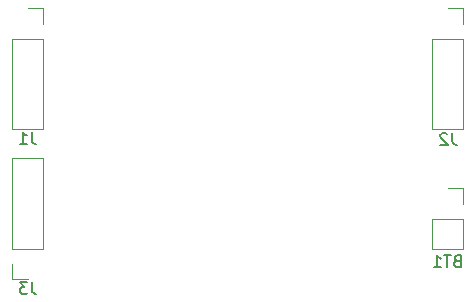
<source format=gbo>
G04 #@! TF.GenerationSoftware,KiCad,Pcbnew,(5.1.10)-1*
G04 #@! TF.CreationDate,2021-11-27T12:03:37+09:00*
G04 #@! TF.ProjectId,LiPoCharger_BQ24610_5S,4c69506f-4368-4617-9267-65725f425132,rev?*
G04 #@! TF.SameCoordinates,Original*
G04 #@! TF.FileFunction,Legend,Bot*
G04 #@! TF.FilePolarity,Positive*
%FSLAX46Y46*%
G04 Gerber Fmt 4.6, Leading zero omitted, Abs format (unit mm)*
G04 Created by KiCad (PCBNEW (5.1.10)-1) date 2021-11-27 12:03:37*
%MOMM*%
%LPD*%
G01*
G04 APERTURE LIST*
%ADD10C,0.120000*%
%ADD11C,0.150000*%
G04 APERTURE END LIST*
D10*
X172770000Y-101950000D02*
X174100000Y-101950000D01*
X172770000Y-100620000D02*
X172770000Y-101950000D01*
X172770000Y-99350000D02*
X175430000Y-99350000D01*
X175430000Y-99350000D02*
X175430000Y-91670000D01*
X172770000Y-99350000D02*
X172770000Y-91670000D01*
X172770000Y-91670000D02*
X175430000Y-91670000D01*
X210990000Y-94210000D02*
X209660000Y-94210000D01*
X210990000Y-95540000D02*
X210990000Y-94210000D01*
X210990000Y-96810000D02*
X208330000Y-96810000D01*
X208330000Y-96810000D02*
X208330000Y-99410000D01*
X210990000Y-96810000D02*
X210990000Y-99410000D01*
X210990000Y-99410000D02*
X208330000Y-99410000D01*
X175430000Y-89250000D02*
X172770000Y-89250000D01*
X175430000Y-81570000D02*
X175430000Y-89250000D01*
X172770000Y-81570000D02*
X172770000Y-89250000D01*
X175430000Y-81570000D02*
X172770000Y-81570000D01*
X175430000Y-80300000D02*
X175430000Y-78970000D01*
X175430000Y-78970000D02*
X174100000Y-78970000D01*
X210990000Y-89250000D02*
X208330000Y-89250000D01*
X210990000Y-81570000D02*
X210990000Y-89250000D01*
X208330000Y-81570000D02*
X208330000Y-89250000D01*
X210990000Y-81570000D02*
X208330000Y-81570000D01*
X210990000Y-80300000D02*
X210990000Y-78970000D01*
X210990000Y-78970000D02*
X209660000Y-78970000D01*
D11*
X174453333Y-102172380D02*
X174453333Y-102886666D01*
X174500952Y-103029523D01*
X174596190Y-103124761D01*
X174739047Y-103172380D01*
X174834285Y-103172380D01*
X174072380Y-102172380D02*
X173453333Y-102172380D01*
X173786666Y-102553333D01*
X173643809Y-102553333D01*
X173548571Y-102600952D01*
X173500952Y-102648571D01*
X173453333Y-102743809D01*
X173453333Y-102981904D01*
X173500952Y-103077142D01*
X173548571Y-103124761D01*
X173643809Y-103172380D01*
X173929523Y-103172380D01*
X174024761Y-103124761D01*
X174072380Y-103077142D01*
X210445714Y-100368571D02*
X210302857Y-100416190D01*
X210255238Y-100463809D01*
X210207619Y-100559047D01*
X210207619Y-100701904D01*
X210255238Y-100797142D01*
X210302857Y-100844761D01*
X210398095Y-100892380D01*
X210779047Y-100892380D01*
X210779047Y-99892380D01*
X210445714Y-99892380D01*
X210350476Y-99940000D01*
X210302857Y-99987619D01*
X210255238Y-100082857D01*
X210255238Y-100178095D01*
X210302857Y-100273333D01*
X210350476Y-100320952D01*
X210445714Y-100368571D01*
X210779047Y-100368571D01*
X209921904Y-99892380D02*
X209350476Y-99892380D01*
X209636190Y-100892380D02*
X209636190Y-99892380D01*
X208493333Y-100892380D02*
X209064761Y-100892380D01*
X208779047Y-100892380D02*
X208779047Y-99892380D01*
X208874285Y-100035238D01*
X208969523Y-100130476D01*
X209064761Y-100178095D01*
X174433333Y-89452380D02*
X174433333Y-90166666D01*
X174480952Y-90309523D01*
X174576190Y-90404761D01*
X174719047Y-90452380D01*
X174814285Y-90452380D01*
X173433333Y-90452380D02*
X174004761Y-90452380D01*
X173719047Y-90452380D02*
X173719047Y-89452380D01*
X173814285Y-89595238D01*
X173909523Y-89690476D01*
X174004761Y-89738095D01*
X210033333Y-89552380D02*
X210033333Y-90266666D01*
X210080952Y-90409523D01*
X210176190Y-90504761D01*
X210319047Y-90552380D01*
X210414285Y-90552380D01*
X209604761Y-89647619D02*
X209557142Y-89600000D01*
X209461904Y-89552380D01*
X209223809Y-89552380D01*
X209128571Y-89600000D01*
X209080952Y-89647619D01*
X209033333Y-89742857D01*
X209033333Y-89838095D01*
X209080952Y-89980952D01*
X209652380Y-90552380D01*
X209033333Y-90552380D01*
M02*

</source>
